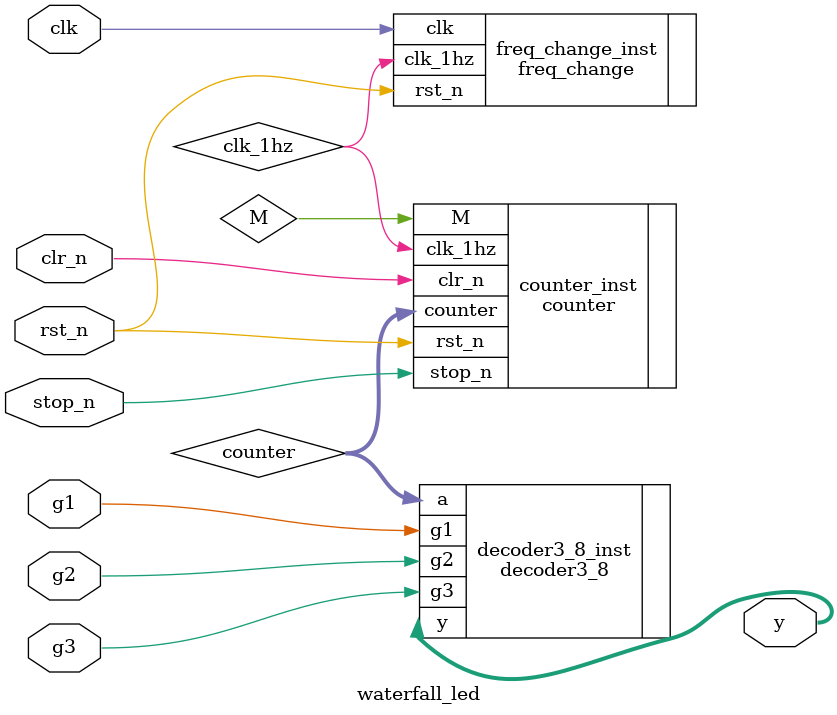
<source format=v>
module  waterfall_led(
        //system signals
        input clk,
        input rst_n,
        //使能及输入
        input g1,
        input g2,
        input g3,
	input clr_n,
	input stop_n,
        output wire [7:0] y 
    );
        wire [2:0] counter;

        freq_change freq_change_inst(
                .clk(clk),//50Mhz时钟频率
                .rst_n(rst_n),//置零信号
                .clk_1hz(clk_1hz)//1Hz时钟频率
        );

        counter counter_inst(
        .rst_n(rst_n),
        .clk_1hz(clk_1hz),
        .clr_n(clr_n),
        .stop_n(stop_n),
        .M(M),
        //led output
        .counter(counter)
    );

    decoder3_8  decoder3_8_inst(
            .a(counter),//输入端口a,[2:0]表示位宽
            .g1(g1),
            .g2(g2),
            .g3(g3),
            .y(y)//输出端口y，[7:0]表示位宽
    );

endmodule

</source>
